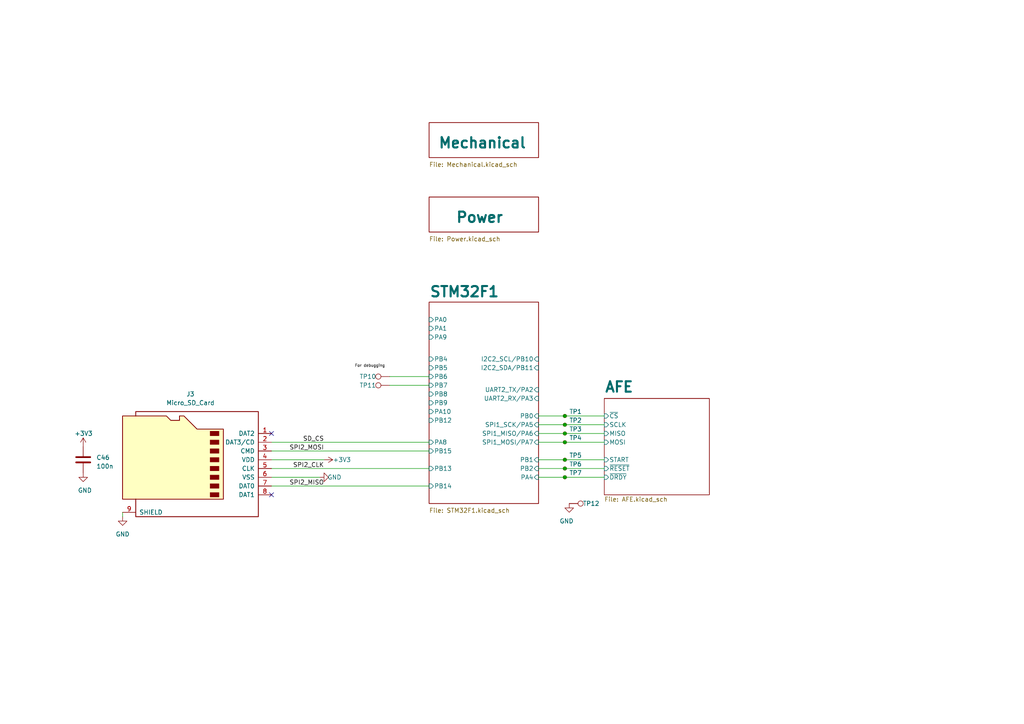
<source format=kicad_sch>
(kicad_sch (version 20230121) (generator eeschema)
  (paper "A4")
  (title_block (date "2023-03-19") (rev "000") (company "[JS]"))
  (lib_symbols
    (symbol "Connector:Micro_SD_Card" (pin_names (offset 1.016))
      (property "Reference" "J" (at -16.51 15.24 0))
      (property "Value" "Micro_SD_Card" (at 16.51 15.24 0))
      (symbol "Micro_SD_Card_0_1"
        (rectangle (start -7.62 -9.525) (end -5.08 -10.795) (fill (type outline)))
        (rectangle (start -7.62 -6.985) (end -5.08 -8.255) (fill (type outline)))
        (rectangle (start -7.62 -4.445) (end -5.08 -5.715) (fill (type outline)))
        (rectangle (start -7.62 -1.905) (end -5.08 -3.175) (fill (type outline)))
        (rectangle (start -7.62 0.635) (end -5.08 -0.635) (fill (type outline)))
        (rectangle (start -7.62 3.175) (end -5.08 1.905) (fill (type outline)))
        (rectangle (start -7.62 5.715) (end -5.08 4.445) (fill (type outline)))
        (rectangle (start -7.62 8.255) (end -5.08 6.985) (fill (type outline)))
        (polyline (pts (xy 16.51 12.7) (xy 16.51 13.97) (xy -19.05 13.97) (xy -19.05 -16.51) (xy 16.51 -16.51) (xy 16.51 -11.43)) (stroke (width 0.254)))
        (polyline (pts (xy -8.89 -11.43) (xy -8.89 8.89) (xy -1.27 8.89) (xy 2.54 12.7) (xy 3.81 12.7) (xy 3.81 11.43) (xy 6.35 11.43) (xy 7.62 12.7) (xy 20.32 12.7) (xy 20.32 -11.43) (xy -8.89 -11.43)) (stroke (width 0.254)) (fill (type background)))
      )
      (symbol "Micro_SD_Card_1_1"
        (pin bidirectional line (at -22.86 7.62 0) (length 3.81) (name "DAT2") (number "1"))
        (pin bidirectional line (at -22.86 5.08 0) (length 3.81) (name "DAT3/CD") (number "2"))
        (pin input line (at -22.86 2.54 0) (length 3.81) (name "CMD") (number "3"))
        (pin power_in line (at -22.86 0 0) (length 3.81) (name "VDD") (number "4"))
        (pin input line (at -22.86 -2.54 0) (length 3.81) (name "CLK") (number "5"))
        (pin power_in line (at -22.86 -5.08 0) (length 3.81) (name "VSS") (number "6"))
        (pin bidirectional line (at -22.86 -7.62 0) (length 3.81) (name "DAT0") (number "7"))
        (pin bidirectional line (at -22.86 -10.16 0) (length 3.81) (name "DAT1") (number "8"))
        (pin passive line (at 20.32 -15.24 180) (length 3.81) (name "SHIELD") (number "9"))
      )
    )
    (symbol "Connector:TestPoint" (pin_numbers hide) (pin_names (offset 0.762) hide)
      (property "Reference" "TP" (at 0 6.858 0))
      (property "Value" "TestPoint" (at 0 5.08 0))
      (symbol "TestPoint_0_1"
        (circle (center 0 3.302) (radius 0.762))
      )
      (symbol "TestPoint_1_1"
        (pin passive line (at 0 0 90) (length 2.54) (name "1") (number "1"))
      )
    )
    (symbol "Connector:TestPoint_Small" (pin_numbers hide) (pin_names (offset 0.762) hide)
      (property "Reference" "TP" (at 0 3.81 0))
      (property "Value" "TestPoint_Small" (at 0 2.032 0))
      (symbol "TestPoint_Small_0_1"
        (circle (center 0 0) (radius 0.508))
      )
      (symbol "TestPoint_Small_1_1"
        (pin passive line (at 0 0 90) (length 0) (name "1") (number "1"))
      )
    )
    (symbol "Device:C" (pin_numbers hide) (pin_names (offset 0.254))
      (property "Reference" "C" (at 0.635 2.54 0))
      (property "Value" "C" (at 0.635 -2.54 0))
      (symbol "C_0_1"
        (polyline (pts (xy -2.032 -0.762) (xy 2.032 -0.762)) (stroke (width 0.508)))
        (polyline (pts (xy -2.032 0.762) (xy 2.032 0.762)) (stroke (width 0.508)))
      )
      (symbol "C_1_1"
        (pin passive line (at 0 3.81 270) (length 2.794) (name "~") (number "1"))
        (pin passive line (at 0 -3.81 90) (length 2.794) (name "~") (number "2"))
      )
    )
    (symbol "power:+3V3" (power) (pin_names (offset 0))
      (property "Value" "+3V3" (at 0 3.556 0))
      (symbol "+3V3_0_1"
        (polyline (pts (xy -0.762 1.27) (xy 0 2.54)))
        (polyline (pts (xy 0 0) (xy 0 2.54)))
        (polyline (pts (xy 0 2.54) (xy 0.762 1.27)))
      )
      (symbol "+3V3_1_1"
        (pin power_in line (at 0 0 90) (length 0) hide (name "+3V3") (number "1"))
      )
    )
    (symbol "power:GND" (power) (pin_names (offset 0))
      (property "Value" "GND" (at 0 -3.81 0))
      (symbol "GND_0_1"
        (polyline (pts (xy 0 0) (xy 0 -1.27) (xy 1.27 -1.27) (xy 0 -2.54) (xy -1.27 -1.27) (xy 0 -1.27)))
      )
      (symbol "GND_1_1"
        (pin power_in line (at 0 0 270) (length 0) hide (name "GND") (number "1"))
      )
    )
  )
  (junction (at 163.83 120.65))
  (junction (at 163.83 135.89))
  (junction (at 163.83 138.43))
  (junction (at 163.83 123.19))
  (junction (at 163.83 133.35))
  (junction (at 163.83 128.27))
  (junction (at 163.83 125.73))
  (no_connect (at 78.74 143.51))
  (no_connect (at 78.74 125.73))
  (wire (pts (xy 163.83 135.89) (xy 175.26 135.89)))
  (wire (pts (xy 156.21 128.27) (xy 163.83 128.27)))
  (wire (pts (xy 163.83 125.73) (xy 175.26 125.73)))
  (wire (pts (xy 163.83 128.27) (xy 175.26 128.27)))
  (wire (pts (xy 163.83 120.65) (xy 175.26 120.65)))
  (wire (pts (xy 113.03 109.22) (xy 124.46 109.22)))
  (wire (pts (xy 93.98 133.35) (xy 78.74 133.35)))
  (wire (pts (xy 78.74 135.89) (xy 124.46 135.89)))
  (wire (pts (xy 113.03 111.76) (xy 124.46 111.76)))
  (wire (pts (xy 156.21 120.65) (xy 163.83 120.65)))
  (wire (pts (xy 156.21 135.89) (xy 163.83 135.89)))
  (wire (pts (xy 35.56 149.86) (xy 35.56 148.59)))
  (wire (pts (xy 92.71 138.43) (xy 78.74 138.43)))
  (wire (pts (xy 78.74 130.81) (xy 124.46 130.81)))
  (wire (pts (xy 163.83 138.43) (xy 175.26 138.43)))
  (wire (pts (xy 156.21 133.35) (xy 163.83 133.35)))
  (wire (pts (xy 163.83 133.35) (xy 175.26 133.35)))
  (wire (pts (xy 163.83 123.19) (xy 175.26 123.19)))
  (wire (pts (xy 156.21 125.73) (xy 163.83 125.73)))
  (wire (pts (xy 156.21 138.43) (xy 163.83 138.43)))
  (wire (pts (xy 156.21 123.19) (xy 163.83 123.19)))
  (wire (pts (xy 78.74 128.27) (xy 124.46 128.27)))
  (wire (pts (xy 78.74 140.97) (xy 124.46 140.97)))
  (text "For debugging" (at 102.87 106.68 0) (effects (font (size 0.8 0.8)) (justify left bottom)))
  (label "SPI2_CLK" (at 93.98 135.89 180))
  (label "SD_CS" (at 93.98 128.27 180))
  (label "SPI2_MOSI" (at 93.98 130.81 180))
  (label "SPI2_MISO" (at 93.98 140.97 180))
  (symbol (lib_id "power:+3V3") (at 93.98 133.35 270) (unit 1)
    (property "Reference" "#PWR083" (effects hide))
    (property "Value" "+3V3" (at 96.52 133.35 90) (effects (justify left)))
  )
  (symbol (lib_id "power:GND") (at 24.13 137.16 0) (mirror y) (unit 1)
    (property "Reference" "#PWR084" (effects hide))
    (property "Value" "GND" (at 26.67 142.24 0) (effects (justify left)))
  )
  (symbol (lib_id "Connector:TestPoint_Small") (at 163.83 133.35 0) (unit 1)
    (property "Reference" "TP5" (at 165.1 132.08 0) (effects (justify left)))
    (property "Value" "TestPoint_Small" (effects hide))
    (property "Footprint" "TestPoint:TestPoint_Pad_D1.0mm" (effects hide))
  )
  (symbol (lib_id "Connector:TestPoint") (at 113.03 111.76 90) (unit 1)
    (property "Reference" "TP11" (at 106.68 111.76 90))
    (property "Value" "TestPoint" (effects hide))
    (property "Footprint" "TestPoint:TestPoint_Pad_D1.0mm" (effects hide))
  )
  (symbol (lib_id "Connector:TestPoint_Small") (at 163.83 125.73 0) (unit 1)
    (property "Reference" "TP3" (at 165.1 124.46 0) (effects (justify left)))
    (property "Value" "TestPoint_Small" (effects hide))
    (property "Footprint" "TestPoint:TestPoint_Pad_D1.0mm" (effects hide))
  )
  (symbol (lib_id "power:GND") (at 92.71 138.43 90) (mirror x) (unit 1)
    (property "Reference" "#PWR079" (effects hide))
    (property "Value" "GND" (at 99.06 138.4299 90) (effects (justify left)))
  )
  (symbol (lib_id "power:GND") (at 165.1 146.05 0) (mirror y) (unit 1)
    (property "Reference" "#PWR085" (effects hide))
    (property "Value" "GND" (at 166.37 151.13 0) (effects (justify left)))
  )
  (symbol (lib_id "Connector:TestPoint_Small") (at 163.83 138.43 0) (unit 1)
    (property "Reference" "TP7" (at 165.1 137.16 0) (effects (justify left)))
    (property "Value" "TestPoint_Small" (effects hide))
    (property "Footprint" "TestPoint:TestPoint_Pad_D1.0mm" (effects hide))
  )
  (symbol (lib_id "Connector:TestPoint_Small") (at 163.83 128.27 0) (unit 1)
    (property "Reference" "TP4" (at 165.1 127 0) (effects (justify left)))
    (property "Value" "TestPoint_Small" (effects hide))
    (property "Footprint" "TestPoint:TestPoint_Pad_D1.0mm" (effects hide))
  )
  (symbol (lib_id "Connector:Micro_SD_Card") (at 55.88 133.35 0) (mirror y) (unit 1)
    (property "Reference" "J3" (at 55.245 114.3 0))
    (property "Value" "Micro_SD_Card" (at 55.245 116.84 0))
    (property "Footprint" "3rd Party Footprints:GCT_MEM2051-00-195-00-A" (effects hide))
    (property "Datasheet" "http://katalog.we-online.de/em/datasheet/693072010801.pdf" (effects hide))
  )
  (symbol (lib_id "Connector:TestPoint_Small") (at 163.83 120.65 0) (unit 1)
    (property "Reference" "TP1" (at 165.1 119.38 0) (effects (justify left)))
    (property "Value" "TestPoint_Small" (effects hide))
    (property "Footprint" "TestPoint:TestPoint_Pad_D1.0mm" (effects hide))
  )
  (symbol (lib_id "Connector:TestPoint") (at 165.1 146.05 270) (unit 1)
    (property "Reference" "TP12" (at 171.45 146.05 90))
    (property "Value" "TestPoint" (effects hide))
    (property "Footprint" "TestPoint:TestPoint_Pad_D1.0mm" (effects hide))
  )
  (symbol (lib_id "Connector:TestPoint") (at 113.03 109.22 90) (unit 1)
    (property "Reference" "TP10" (at 106.68 109.22 90))
    (property "Value" "TestPoint" (effects hide))
    (property "Footprint" "TestPoint:TestPoint_Pad_D1.0mm" (effects hide))
  )
  (symbol (lib_id "Connector:TestPoint_Small") (at 163.83 135.89 0) (unit 1)
    (property "Reference" "TP6" (at 165.1 134.62 0) (effects (justify left)))
    (property "Value" "TestPoint_Small" (effects hide))
    (property "Footprint" "TestPoint:TestPoint_Pad_D1.0mm" (effects hide))
  )
  (symbol (lib_id "power:GND") (at 35.56 149.86 0) (mirror y) (unit 1)
    (property "Reference" "#PWR080" (effects hide))
    (property "Value" "GND" (at 35.56 154.94 0))
  )
  (symbol (lib_id "Device:C") (at 24.13 133.35 0) (unit 1)
    (property "Reference" "C46" (at 27.94 132.715 0) (effects (justify left)))
    (property "Value" "100n" (at 27.94 135.255 0) (effects (justify left)))
    (property "Footprint" "Capacitor_SMD:C_0805_2012Metric" (effects hide))
  )
  (symbol (lib_id "power:+3V3") (at 24.13 129.54 0) (unit 1)
    (property "Reference" "#PWR014" (effects hide))
    (property "Value" "+3V3" (at 21.59 125.73 0) (effects (justify left)))
  )
  (symbol (lib_id "Connector:TestPoint_Small") (at 163.83 123.19 0) (unit 1)
    (property "Reference" "TP2" (at 165.1 121.92 0) (effects (justify left)))
    (property "Value" "TestPoint_Small" (effects hide))
    (property "Footprint" "TestPoint:TestPoint_Pad_D1.0mm" (effects hide))
  )
  (sheet (at 175.26 115.57) (size 30.48 27.94) (stroke (width 0.1524))
    (property "Sheetname" "AFE" (at 175.26 113.9934 0) (effects (font (size 3 3) bold) (justify left bottom)))
    (property "Sheetfile" "AFE.kicad_sch" (at 175.26 144.0946 0) (effects (justify left top)))
    (pin "SCLK" input (at 175.26 123.19 180))
    (pin "~{CS}" input (at 175.26 120.65 180))
    (pin "MOSI" input (at 175.26 128.27 180))
    (pin "START" input (at 175.26 133.35 180))
    (pin "~{DRDY}" input (at 175.26 138.43 180))
    (pin "MISO" input (at 175.26 125.73 180))
    (pin "~{RESET}" input (at 175.26 135.89 180))
  )
  (sheet (at 124.46 57.15) (size 31.75 10.16) (stroke (width 0.1524))
    (property "Sheetname" "Power" (at 132.08 64.77 0) (effects (font (size 3 3) bold) (justify left bottom)))
    (property "Sheetfile" "Power.kicad_sch" (at 124.46 68.58 0) (effects (justify left top)))
  )
  (sheet (at 124.46 87.63) (size 31.75 58.42) (stroke (width 0.1524))
    (property "Sheetname" "STM32F1" (at 124.46 86.36 0) (effects (font (size 3 3) bold) (justify left bottom)))
    (property "Sheetfile" "STM32F1.kicad_sch" (at 124.46 147.32 0) (effects (justify left top)))
    (pin "PB0" input (at 156.21 120.65 0))
    (pin "PB9" input (at 124.46 116.84 180))
    (pin "I2C2_SDA{slash}PB11" input (at 156.21 106.68 0))
    (pin "PB12" input (at 124.46 121.92 180))
    (pin "I2C2_SCL{slash}PB10" input (at 156.21 104.14 0))
    (pin "PB1" input (at 156.21 133.35 0))
    (pin "PB2" input (at 156.21 135.89 0))
    (pin "PB4" input (at 124.46 104.14 180))
    (pin "PB8" input (at 124.46 114.3 180))
    (pin "PB6" input (at 124.46 109.22 180))
    (pin "PB7" input (at 124.46 111.76 180))
    (pin "PB5" input (at 124.46 106.68 180))
    (pin "PB13" input (at 124.46 135.89 180))
    (pin "PB15" input (at 124.46 130.81 180))
    (pin "PB14" input (at 124.46 140.97 180))
    (pin "PA10" input (at 124.46 119.38 180))
    (pin "SPI1_MOSI{slash}PA7" input (at 156.21 128.27 0))
    (pin "SPI1_SCK{slash}PA5" input (at 156.21 123.19 0))
    (pin "SPI1_MISO{slash}PA6" input (at 156.21 125.73 0))
    (pin "UART2_RX{slash}PA3" input (at 156.21 115.57 0))
    (pin "UART2_TX{slash}PA2" input (at 156.21 113.03 0))
    (pin "PA1" input (at 124.46 95.25 180))
    (pin "PA9" input (at 124.46 97.79 180))
    (pin "PA8" input (at 124.46 128.27 180))
    (pin "PA4" input (at 156.21 138.43 0))
    (pin "PA0" input (at 124.46 92.71 180))
  )
  (sheet (at 124.46 35.56) (size 31.75 10.16) (stroke (width 0.1524))
    (property "Sheetname" "Mechanical" (at 127 43.18 0) (effects (font (size 3 3) bold) (justify left bottom)))
    (property "Sheetfile" "Mechanical.kicad_sch" (at 124.46 46.99 0) (effects (justify left top)))
  )
)
</source>
